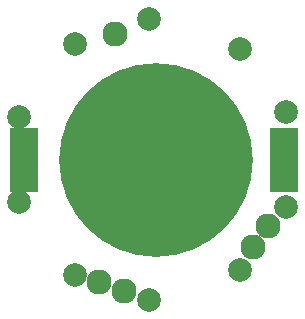
<source format=gts>
G04 #@! TF.FileFunction,Soldermask,Top*
%FSLAX46Y46*%
G04 Gerber Fmt 4.6, Leading zero omitted, Abs format (unit mm)*
G04 Created by KiCad (PCBNEW 4.0.5+dfsg1-4) date Tue Feb 14 02:51:41 2017*
%MOMM*%
%LPD*%
G01*
G04 APERTURE LIST*
%ADD10C,0.100000*%
%ADD11C,2.127200*%
%ADD12R,2.400000X5.460000*%
%ADD13C,16.400000*%
%ADD14C,2.000000*%
G04 APERTURE END LIST*
D10*
D11*
X9690000Y-4590000D03*
X-4600000Y-9400000D03*
X8390000Y-6400000D03*
X-2500000Y-10100000D03*
X-3300000Y11600000D03*
D12*
X-11000000Y1000000D03*
D13*
X165000Y1000000D03*
D12*
X11000000Y1000000D03*
D14*
X-11400000Y4600000D03*
X-6670000Y10810000D03*
X-370000Y12860000D03*
X7270000Y10380000D03*
X11160000Y5020000D03*
X11160000Y-3020000D03*
X7270000Y-8370000D03*
X-6670000Y-8810000D03*
X-370000Y-10860000D03*
X-11400000Y-2600000D03*
M02*

</source>
